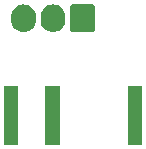
<source format=gbs>
G04 #@! TF.GenerationSoftware,KiCad,Pcbnew,5.0.1*
G04 #@! TF.CreationDate,2019-03-09T23:09:41-08:00*
G04 #@! TF.ProjectId,phoenix-adapter,70686F656E69782D616461707465722E,0.1*
G04 #@! TF.SameCoordinates,Original*
G04 #@! TF.FileFunction,Soldermask,Bot*
G04 #@! TF.FilePolarity,Negative*
%FSLAX46Y46*%
G04 Gerber Fmt 4.6, Leading zero omitted, Abs format (unit mm)*
G04 Created by KiCad (PCBNEW 5.0.1) date Sat 09 Mar 2019 11:09:41 PM PST*
%MOMM*%
%LPD*%
G01*
G04 APERTURE LIST*
%ADD10C,0.100000*%
G04 APERTURE END LIST*
D10*
G36*
X147300000Y-127300000D02*
X146100000Y-127300000D01*
X146100000Y-122300000D01*
X147300000Y-122300000D01*
X147300000Y-127300000D01*
X147300000Y-127300000D01*
G37*
G36*
X140300000Y-127300000D02*
X139100000Y-127300000D01*
X139100000Y-122300000D01*
X140300000Y-122300000D01*
X140300000Y-127300000D01*
X140300000Y-127300000D01*
G37*
G36*
X136800000Y-127300000D02*
X135600000Y-127300000D01*
X135600000Y-122300000D01*
X136800000Y-122300000D01*
X136800000Y-127300000D01*
X136800000Y-127300000D01*
G37*
G36*
X137445836Y-115426193D02*
X137567324Y-115463046D01*
X137643763Y-115486233D01*
X137826172Y-115583733D01*
X137986052Y-115714944D01*
X137986054Y-115714946D01*
X138117267Y-115874829D01*
X138180805Y-115993700D01*
X138214767Y-116057238D01*
X138214767Y-116057239D01*
X138274807Y-116255165D01*
X138290000Y-116409423D01*
X138290000Y-116762578D01*
X138274807Y-116916836D01*
X138234780Y-117048787D01*
X138214767Y-117114763D01*
X138117267Y-117297172D01*
X137990056Y-117452177D01*
X137986054Y-117457054D01*
X137826171Y-117588267D01*
X137758200Y-117624598D01*
X137643762Y-117685767D01*
X137610146Y-117695964D01*
X137445835Y-117745807D01*
X137240000Y-117766080D01*
X137034164Y-117745807D01*
X136869853Y-117695964D01*
X136836237Y-117685767D01*
X136653828Y-117588267D01*
X136493946Y-117457054D01*
X136489944Y-117452177D01*
X136362733Y-117297171D01*
X136265234Y-117114763D01*
X136265233Y-117114762D01*
X136245220Y-117048786D01*
X136205193Y-116916835D01*
X136190000Y-116762577D01*
X136190000Y-116409422D01*
X136205193Y-116255164D01*
X136245220Y-116123213D01*
X136265233Y-116057237D01*
X136362732Y-115874831D01*
X136362733Y-115874829D01*
X136493947Y-115714946D01*
X136493949Y-115714944D01*
X136653829Y-115583733D01*
X136836238Y-115486233D01*
X136912677Y-115463046D01*
X137034165Y-115426193D01*
X137240000Y-115405920D01*
X137445836Y-115426193D01*
X137445836Y-115426193D01*
G37*
G36*
X139945836Y-115426193D02*
X140067324Y-115463046D01*
X140143763Y-115486233D01*
X140326172Y-115583733D01*
X140486052Y-115714944D01*
X140486054Y-115714946D01*
X140617267Y-115874829D01*
X140680805Y-115993700D01*
X140714767Y-116057238D01*
X140714767Y-116057239D01*
X140774807Y-116255165D01*
X140790000Y-116409423D01*
X140790000Y-116762578D01*
X140774807Y-116916836D01*
X140734780Y-117048787D01*
X140714767Y-117114763D01*
X140617267Y-117297172D01*
X140490056Y-117452177D01*
X140486054Y-117457054D01*
X140326171Y-117588267D01*
X140258200Y-117624598D01*
X140143762Y-117685767D01*
X140110146Y-117695964D01*
X139945835Y-117745807D01*
X139740000Y-117766080D01*
X139534164Y-117745807D01*
X139369853Y-117695964D01*
X139336237Y-117685767D01*
X139153828Y-117588267D01*
X138993946Y-117457054D01*
X138989944Y-117452177D01*
X138862733Y-117297171D01*
X138765234Y-117114763D01*
X138765233Y-117114762D01*
X138745220Y-117048786D01*
X138705193Y-116916835D01*
X138690000Y-116762577D01*
X138690000Y-116409422D01*
X138705193Y-116255164D01*
X138745220Y-116123213D01*
X138765233Y-116057237D01*
X138862732Y-115874831D01*
X138862733Y-115874829D01*
X138993947Y-115714946D01*
X138993949Y-115714944D01*
X139153829Y-115583733D01*
X139336238Y-115486233D01*
X139412677Y-115463046D01*
X139534165Y-115426193D01*
X139740000Y-115405920D01*
X139945836Y-115426193D01*
X139945836Y-115426193D01*
G37*
G36*
X143112325Y-115415831D02*
X143153598Y-115428351D01*
X143191629Y-115448679D01*
X143224964Y-115476036D01*
X143252321Y-115509371D01*
X143272649Y-115547402D01*
X143285169Y-115588675D01*
X143290000Y-115637726D01*
X143290000Y-117534274D01*
X143285169Y-117583325D01*
X143272649Y-117624598D01*
X143252321Y-117662629D01*
X143224964Y-117695964D01*
X143191629Y-117723321D01*
X143153598Y-117743649D01*
X143112325Y-117756169D01*
X143063274Y-117761000D01*
X141416726Y-117761000D01*
X141367675Y-117756169D01*
X141326402Y-117743649D01*
X141288371Y-117723321D01*
X141255036Y-117695964D01*
X141227679Y-117662629D01*
X141207351Y-117624598D01*
X141194831Y-117583325D01*
X141190000Y-117534274D01*
X141190000Y-115637726D01*
X141194831Y-115588675D01*
X141207351Y-115547402D01*
X141227679Y-115509371D01*
X141255036Y-115476036D01*
X141288371Y-115448679D01*
X141326402Y-115428351D01*
X141367675Y-115415831D01*
X141416726Y-115411000D01*
X143063274Y-115411000D01*
X143112325Y-115415831D01*
X143112325Y-115415831D01*
G37*
M02*

</source>
